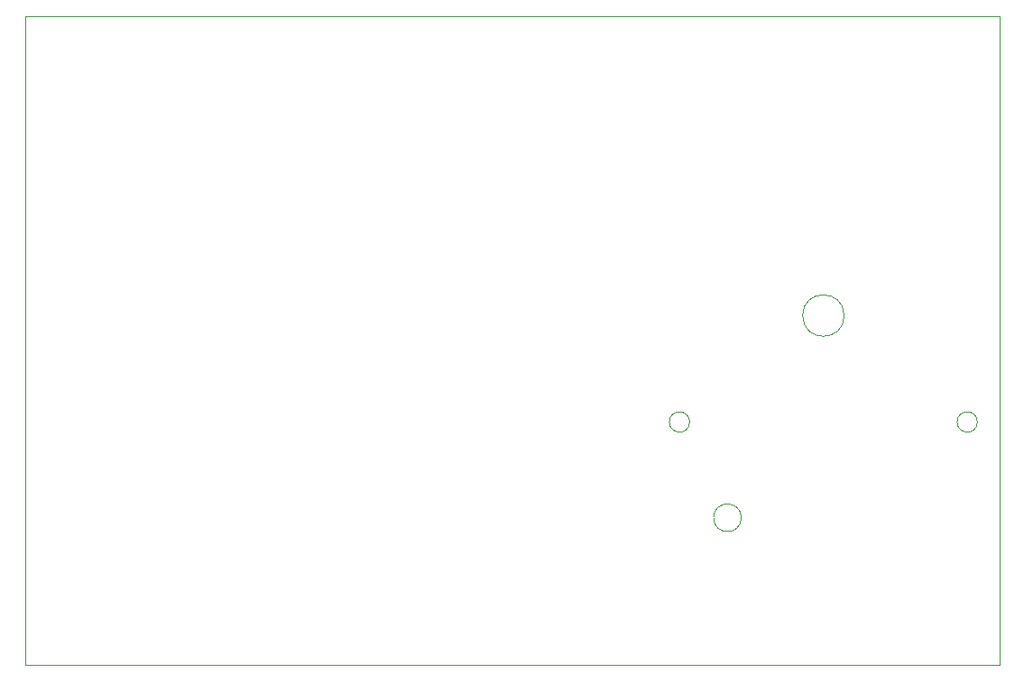
<source format=gbr>
%TF.GenerationSoftware,KiCad,Pcbnew,7.0.10*%
%TF.CreationDate,2024-02-04T18:22:09-08:00*%
%TF.ProjectId,514 pcb design,35313420-7063-4622-9064-657369676e2e,rev?*%
%TF.SameCoordinates,Original*%
%TF.FileFunction,Profile,NP*%
%FSLAX46Y46*%
G04 Gerber Fmt 4.6, Leading zero omitted, Abs format (unit mm)*
G04 Created by KiCad (PCBNEW 7.0.10) date 2024-02-04 18:22:09*
%MOMM*%
%LPD*%
G01*
G04 APERTURE LIST*
%TA.AperFunction,Profile*%
%ADD10C,0.100000*%
%TD*%
%TA.AperFunction,Profile*%
%ADD11C,0.050000*%
%TD*%
G04 APERTURE END LIST*
D10*
X175260000Y-53340000D02*
X83820000Y-53340000D01*
X83820000Y-114300000D02*
X83820000Y-53340000D01*
X175260000Y-114300000D02*
X83820000Y-114300000D01*
X175260000Y-53340000D02*
X175260000Y-114300000D01*
D11*
%TO.C,M1*%
X173200000Y-91440000D02*
G75*
G03*
X171300000Y-91440000I-950000J0D01*
G01*
X171300000Y-91440000D02*
G75*
G03*
X173200000Y-91440000I950000J0D01*
G01*
X160700000Y-81440000D02*
G75*
G03*
X156800000Y-81440000I-1950000J0D01*
G01*
X156800000Y-81440000D02*
G75*
G03*
X160700000Y-81440000I1950000J0D01*
G01*
X151050000Y-100440000D02*
G75*
G03*
X148450000Y-100440000I-1300000J0D01*
G01*
X148450000Y-100440000D02*
G75*
G03*
X151050000Y-100440000I1300000J0D01*
G01*
X146200000Y-91440000D02*
G75*
G03*
X144300000Y-91440000I-950000J0D01*
G01*
X144300000Y-91440000D02*
G75*
G03*
X146200000Y-91440000I950000J0D01*
G01*
%TD*%
M02*

</source>
